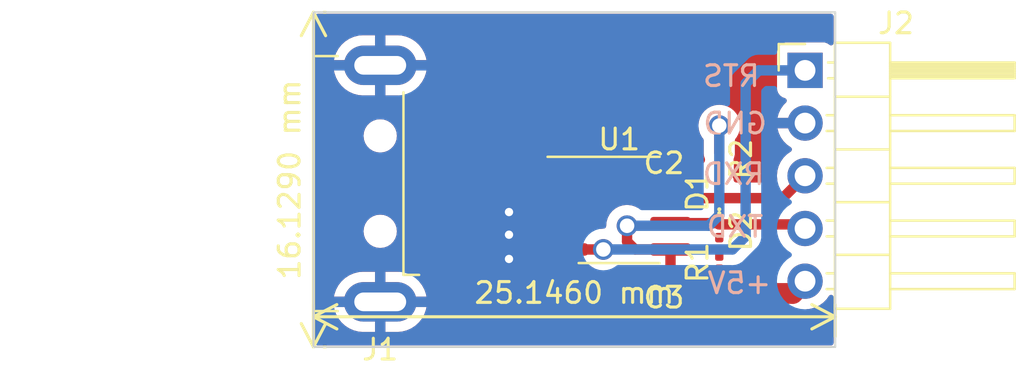
<source format=kicad_pcb>
(kicad_pcb (version 20221018) (generator pcbnew)
  (layers (0 "F.Cu" signal) (31 "B.Cu" signal) (34 "B.Paste" user) (35 "F.Paste" user) (36 "B.SilkS" user "B.Silkscreen") (37 "F.SilkS" user "F.Silkscreen") (38 "B.Mask" user) (39 "F.Mask" user) (44 "Edge.Cuts" user))
  (net 0 "")
  (net 1 "Net-(U1-V3)")
  (net 2 "GND")
  (net 3 "+5V")
  (net 4 "/RXD")
  (net 5 "Net-(D1-A)")
  (net 6 "/TXD")
  (net 7 "Net-(D2-A)")
  (net 8 "/D-")
  (net 9 "/D+")
  (net 10 "/RTS")
  (footprint "Capacitor_SMD:C_0201_0603Metric" (layer "F.Cu") (at 182.245 82.55 180)
    (fp_text reference "C2" (at 0 -1.05) (layer "F.SilkS"))
    (fp_text value "104")
    (pad "1" smd roundrect (at -0.32 0 180) (size 0.46 0.4) (layers "F.Cu" "F.Mask") (net 1 "Net-(U1-V3)"))
    (pad "2" smd roundrect (at 0.32 0 180) (size 0.46 0.4) (layers "F.Cu" "F.Mask") (net 2 "GND"))
  )
  (footprint "Resistor_SMD:R_0201_0603Metric" (layer "F.Cu") (at 184.912 83.403 -90)
    (fp_text reference "R2" (at 0 -1.05 90) (layer "F.SilkS"))
    (fp_text value "4.7K")
    (pad "1" smd roundrect (at -0.32 0 270) (size 0.46 0.4) (layers "F.Cu" "F.Mask") (net 3 "+5V"))
    (pad "2" smd roundrect (at 0.32 0 270) (size 0.46 0.4) (layers "F.Cu" "F.Mask") (net 7 "Net-(D2-A)"))
  )
  (footprint "LED_SMD:LED_0201_0603Metric" (layer "F.Cu") (at 184.912 84.963 90)
    (fp_text reference "D1" (at 0 -1.05 90) (layer "F.SilkS"))
    (fp_text value "LED")
    (fp_circle (center -0.86 0) (end -0.81 0) (stroke (width 0.1)) (fill none) (layer "F.SilkS"))
    (pad "1" smd roundrect (at -0.32 0 90) (size 0.46 0.4) (layers "F.Cu" "F.Mask") (net 4 "/RXD"))
    (pad "2" smd roundrect (at 0.32 0 90) (size 0.46 0.4) (layers "F.Cu" "F.Mask") (net 5 "Net-(D1-A)"))
  )
  (footprint "Capacitor_SMD:C_0201_0603Metric" (layer "F.Cu") (at 182.245 89.027 180)
    (fp_text reference "C3" (at 0 -1.05) (layer "F.SilkS"))
    (fp_text value "104")
    (pad "1" smd roundrect (at -0.32 0 180) (size 0.46 0.4) (layers "F.Cu" "F.Mask") (net 3 "+5V"))
    (pad "2" smd roundrect (at 0.32 0 180) (size 0.46 0.4) (layers "F.Cu" "F.Mask") (net 2 "GND"))
  )
  (footprint "Connector_USB:USB_A_CNCTech_1001-011-01101_Horizontal" (layer "F.Cu") (at 161.671 84.582 180)
    (fp_text reference "J1" (at -6.9 -8) (layer "F.SilkS"))
    (fp_text value "USB_A")
    (fp_line (start -8.02 -4.4) (end -8.775 -4.4) (stroke (width 0.12)) (layer "F.SilkS"))
    (fp_line (start -8.02 -4.4) (end -8.02 4.4) (stroke (width 0.12)) (layer "F.SilkS"))
    (fp_line (start -4.85 -6.145) (end -3.8 -6.145) (stroke (width 0.12)) (layer "F.SilkS"))
    (fp_line (start -4.85 6.145) (end -3.8 6.145) (stroke (width 0.12)) (layer "F.SilkS"))
    (pad "" np_thru_hole circle (at -6.9 -2.3 180) (size 1.1 1.1) (drill 1.1) (layers "*.Cu" "*.Mask"))
    (pad "" np_thru_hole circle (at -6.9 2.3 180) (size 1.1 1.1) (drill 1.1) (layers "*.Cu" "*.Mask"))
    (pad "1" smd rect (at -9.65 -3.5 180) (size 2.5 1.1) (layers "F.Cu" "F.Paste" "F.Mask") (net 3 "+5V"))
    (pad "2" smd rect (at -9.65 -1 180) (size 2.5 1.1) (layers "F.Cu" "F.Paste" "F.Mask") (net 8 "/D-"))
    (pad "3" smd rect (at -9.65 1 180) (size 2.5 1.1) (layers "F.Cu" "F.Paste" "F.Mask") (net 9 "/D+"))
    (pad "4" smd rect (at -9.65 3.5 180) (size 2.5 1.1) (layers "F.Cu" "F.Paste" "F.Mask") (net 2 "GND"))
    (pad "5" thru_hole oval (at -6.9 -5.7 180) (size 3.5 1.9) (drill oval 2.5 0.9) (layers "*.Cu" "*.Mask") (net 2 "GND"))
    (pad "5" thru_hole oval (at -6.9 5.7 180) (size 3.5 1.9) (drill oval 2.5 0.9) (layers "*.Cu" "*.Mask") (net 2 "GND"))
  )
  (footprint "Package_SO:SOIC-8_3.9x4.9mm_P1.27mm" (layer "F.Cu") (at 180.086 85.852)
    (fp_text reference "U1" (at 0 -3.4) (layer "F.SilkS"))
    (fp_text value "CH330N")
    (fp_line (start 0 -2.56) (end -3.45 -2.56) (stroke (width 0.12)) (layer "F.SilkS"))
    (fp_line (start 0 -2.56) (end 1.95 -2.56) (stroke (width 0.12)) (layer "F.SilkS"))
    (fp_line (start 0 2.56) (end -1.95 2.56) (stroke (width 0.12)) (layer "F.SilkS"))
    (fp_line (start 0 2.56) (end 1.95 2.56) (stroke (width 0.12)) (layer "F.SilkS"))
    (pad "1" smd roundrect (at -2.475 -1.905) (size 1.95 0.6) (layers "F.Cu" "F.Paste" "F.Mask") (net 9 "/D+"))
    (pad "2" smd roundrect (at -2.475 -0.635) (size 1.95 0.6) (layers "F.Cu" "F.Paste" "F.Mask") (net 8 "/D-"))
    (pad "3" smd roundrect (at -2.475 0.635) (size 1.95 0.6) (layers "F.Cu" "F.Paste" "F.Mask") (net 2 "GND"))
    (pad "4" smd roundrect (at -2.475 1.905) (size 1.95 0.6) (layers "F.Cu" "F.Paste" "F.Mask") (net 10 "/RTS"))
    (pad "5" smd roundrect (at 2.475 1.905) (size 1.95 0.6) (layers "F.Cu" "F.Paste" "F.Mask") (net 3 "+5V"))
    (pad "6" smd roundrect (at 2.475 0.635) (size 1.95 0.6) (layers "F.Cu" "F.Paste" "F.Mask") (net 6 "/TXD"))
    (pad "7" smd roundrect (at 2.475 -0.635) (size 1.95 0.6) (layers "F.Cu" "F.Paste" "F.Mask") (net 4 "/RXD"))
    (pad "8" smd roundrect (at 2.475 -1.905) (size 1.95 0.6) (layers "F.Cu" "F.Paste" "F.Mask") (net 1 "Net-(U1-V3)"))
  )
  (footprint "Resistor_SMD:R_0201_0603Metric" (layer "F.Cu") (at 184.912 88.392 90)
    (fp_text reference "R1" (at 0 -1.05 90) (layer "F.SilkS"))
    (fp_text value "4.7K")
    (pad "1" smd roundrect (at -0.32 0 90) (size 0.46 0.4) (layers "F.Cu" "F.Mask") (net 3 "+5V"))
    (pad "2" smd roundrect (at 0.32 0 90) (size 0.46 0.4) (layers "F.Cu" "F.Mask") (net 5 "Net-(D1-A)"))
  )
  (footprint "LED_SMD:LED_0201_0603Metric" (layer "F.Cu") (at 184.912 86.868 -90)
    (fp_text reference "D2" (at 0 -1.05 90) (layer "F.SilkS"))
    (fp_text value "LED")
    (fp_circle (center -0.86 0) (end -0.81 0) (stroke (width 0.1)) (fill none) (layer "F.SilkS"))
    (pad "1" smd roundrect (at -0.32 0 270) (size 0.46 0.4) (layers "F.Cu" "F.Mask") (net 6 "/TXD"))
    (pad "2" smd roundrect (at 0.32 0 270) (size 0.46 0.4) (layers "F.Cu" "F.Mask") (net 7 "Net-(D2-A)"))
  )
  (footprint "Connector_PinHeader_2.54mm:PinHeader_1x05_P2.54mm_Horizontal" (layer "F.Cu") (at 189.046 79.126)
    (fp_text reference "J2" (at 4.385 -2.27) (layer "F.SilkS"))
    (fp_text value "Conn_01x05")
    (fp_line (start -1.27 -1.27) (end 0 -1.27) (stroke (width 0.12)) (layer "F.SilkS"))
    (fp_line (start -1.27 0) (end -1.27 -1.27) (stroke (width 0.12)) (layer "F.SilkS"))
    (fp_line (start 1.042929 2.16) (end 1.44 2.16) (stroke (width 0.12)) (layer "F.SilkS"))
    (fp_line (start 1.042929 2.92) (end 1.44 2.92) (stroke (width 0.12)) (layer "F.SilkS"))
    (fp_line (start 1.042929 4.7) (end 1.44 4.7) (stroke (width 0.12)) (layer "F.SilkS"))
    (fp_line (start 1.042929 5.46) (end 1.44 5.46) (stroke (width 0.12)) (layer "F.SilkS"))
    (fp_line (start 1.042929 7.24) (end 1.44 7.24) (stroke (width 0.12)) (layer "F.SilkS"))
    (fp_line (start 1.042929 8) (end 1.44 8) (stroke (width 0.12)) (layer "F.SilkS"))
    (fp_line (start 1.042929 9.78) (end 1.44 9.78) (stroke (width 0.12)) (layer "F.SilkS"))
    (fp_line (start 1.042929 10.54) (end 1.44 10.54) (stroke (width 0.12)) (layer "F.SilkS"))
    (fp_line (start 1.11 -0.38) (end 1.44 -0.38) (stroke (width 0.12)) (layer "F.SilkS"))
    (fp_line (start 1.11 0.38) (end 1.44 0.38) (stroke (width 0.12)) (layer "F.SilkS"))
    (fp_line (start 1.44 -1.33) (end 1.44 11.49) (stroke (width 0.12)) (layer "F.SilkS"))
    (fp_line (start 1.44 1.27) (end 4.1 1.27) (stroke (width 0.12)) (layer "F.SilkS"))
    (fp_line (start 1.44 3.81) (end 4.1 3.81) (stroke (width 0.12)) (layer "F.SilkS"))
    (fp_line (start 1.44 6.35) (end 4.1 6.35) (stroke (width 0.12)) (layer "F.SilkS"))
    (fp_line (start 1.44 8.89) (end 4.1 8.89) (stroke (width 0.12)) (layer "F.SilkS"))
    (fp_line (start 1.44 11.49) (end 4.1 11.49) (stroke (width 0.12)) (layer "F.SilkS"))
    (fp_line (start 4.1 -1.33) (end 1.44 -1.33) (stroke (width 0.12)) (layer "F.SilkS"))
    (fp_line (start 4.1 -0.38) (end 10.1 -0.38) (stroke (width 0.12)) (layer "F.SilkS"))
    (fp_line (start 4.1 -0.32) (end 10.1 -0.32) (stroke (width 0.12)) (layer "F.SilkS"))
    (fp_line (start 4.1 -0.2) (end 10.1 -0.2) (stroke (width 0.12)) (layer "F.SilkS"))
    (fp_line (start 4.1 -0.08) (end 10.1 -0.08) (stroke (width 0.12)) (layer "F.SilkS"))
    (fp_line (start 4.1 0.04) (end 10.1 0.04) (stroke (width 0.12)) (layer "F.SilkS"))
    (fp_line (start 4.1 0.16) (end 10.1 0.16) (stroke (width 0.12)) (layer "F.SilkS"))
    (fp_line (start 4.1 0.28) (end 10.1 0.28) (stroke (width 0.12)) (layer "F.SilkS"))
    (fp_line (start 4.1 2.16) (end 10.1 2.16) (stroke (width 0.12)) (layer "F.SilkS"))
    (fp_line (start 4.1 4.7) (end 10.1 4.7) (stroke (width 0.12)) (layer "F.SilkS"))
    (fp_line (start 4.1 7.24) (end 10.1 7.24) (stroke (width 0.12)) (layer "F.SilkS"))
    (fp_line (start 4.1 9.78) (end 10.1 9.78) (stroke (width 0.12)) (layer "F.SilkS"))
    (fp_line (start 4.1 11.49) (end 4.1 -1.33) (stroke (width 0.12)) (layer "F.SilkS"))
    (fp_line (start 10.1 -0.38) (end 10.1 0.38) (stroke (width 0.12)) (layer "F.SilkS"))
    (fp_line (start 10.1 0.38) (end 4.1 0.38) (stroke (width 0.12)) (layer "F.SilkS"))
    (fp_line (start 10.1 2.16) (end 10.1 2.92) (stroke (width 0.12)) (layer "F.SilkS"))
    (fp_line (start 10.1 2.92) (end 4.1 2.92) (stroke (width 0.12)) (layer "F.SilkS"))
    (fp_line (start 10.1 4.7) (end 10.1 5.46) (stroke (width 0.12)) (layer "F.SilkS"))
    (fp_line (start 10.1 5.46) (end 4.1 5.46) (stroke (width 0.12)) (layer "F.SilkS"))
    (fp_line (start 10.1 7.24) (end 10.1 8) (stroke (width 0.12)) (layer "F.SilkS"))
    (fp_line (start 10.1 8) (end 4.1 8) (stroke (width 0.12)) (layer "F.SilkS"))
    (fp_line (start 10.1 9.78) (end 10.1 10.54) (stroke (width 0.12)) (layer "F.SilkS"))
    (fp_line (start 10.1 10.54) (end 4.1 10.54) (stroke (width 0.12)) (layer "F.SilkS"))
    (pad "1" thru_hole rect (at 0 0) (size 1.7 1.7) (drill 1) (layers "*.Cu" "*.Mask") (net 10 "/RTS"))
    (pad "2" thru_hole oval (at 0 2.54) (size 1.7 1.7) (drill 1) (layers "*.Cu" "*.Mask") (net 2 "GND"))
    (pad "3" thru_hole oval (at 0 5.08) (size 1.7 1.7) (drill 1) (layers "*.Cu" "*.Mask") (net 4 "/RXD"))
    (pad "4" thru_hole oval (at 0 7.62) (size 1.7 1.7) (drill 1) (layers "*.Cu" "*.Mask") (net 6 "/TXD"))
    (pad "5" thru_hole oval (at 0 10.16) (size 1.7 1.7) (drill 1) (layers "*.Cu" "*.Mask") (net 3 "+5V"))
  )
  (gr_rect (start 165.354 76.327) (end 190.5 92.456) (stroke (width 0.1)) (fill none) (layer "Edge.Cuts"))
  (gr_text "TXD" (at 187.1218 87.249) (layer "B.SilkS") (effects (font (size 1 1)) (justify left bottom mirror)))
  (gr_text "RTS" (at 186.944 79.9846) (layer "B.SilkS") (effects (font (size 1 1)) (justify left bottom mirror)))
  (gr_text "GND\n" (at 187.2996 82.2706) (layer "B.SilkS") (effects (font (size 1 1)) (justify left bottom mirror)))
  (gr_text "RXD" (at 187.1726 84.709) (layer "B.SilkS") (effects (font (size 1 1)) (justify left bottom mirror)))
  (gr_text "+5V" (at 187.5028 89.9668) (layer "B.SilkS") (effects (font (size 1 1)) (justify left bottom mirror)))
  (dimension (type aligned) (layer "F.SilkS") (pts (xy 165.354 92.456) (xy 190.5 92.456)) (height -1.456) (gr_text "25.1460 mm" (at 177.927 89.85) (layer "F.SilkS") (effects (font (size 1 1) (thickness 0.15)))) (format (prefix "") (suffix "") (units 3) (units_format 1) (precision 4)) (style (thickness 0.15) (arrow_length 1.27) (text_position_mode 0) (extension_height 0.58642) (extension_offset 0.5) keep_text_aligned))
  (dimension (type aligned) (layer "F.SilkS") (pts (xy 165.354 76.327) (xy 165.354 92.456)) (height 0) (gr_text "16.1290 mm" (at 164.204 84.3915 90) (layer "F.SilkS") (effects (font (size 1 1) (thickness 0.15)))) (format (prefix "") (suffix "") (units 3) (units_format 1) (precision 4)) (style (thickness 0.15) (arrow_length 1.27) (text_position_mode 0) (extension_height 0.58642) (extension_offset 0.5) keep_text_aligned))
  (segment (start 182.565 83.943) (end 182.561 83.947) (width 0.5) (layer "F.Cu") (net 1))
  (segment (start 182.565 82.55) (end 182.565 83.943) (width 0.5) (layer "F.Cu") (net 1))
  (via (at 174.7774 88.2142) (size 0.7) (drill 0.4) (layers "F.Cu" "B.Cu") (net 2))
  (via (at 174.7774 85.9536) (size 0.7) (drill 0.4) (layers "F.Cu" "B.Cu") (net 2))
  (via (at 174.7774 87.0458) (size 0.7) (drill 0.4) (layers "F.Cu" "B.Cu") (net 2))
  (segment (start 182.561 87.757) (end 180.848 87.757) (width 0.5) (layer "F.Cu") (net 3))
  (segment (start 180.467 87.376) (end 180.467 86.614) (width 0.5) (layer "F.Cu") (net 3))
  (segment (start 180.848 87.757) (end 180.467 87.376) (width 0.5) (layer "F.Cu") (net 3))
  (segment (start 182.561 89.812) (end 182.626 89.877) (width 0.5) (layer "F.Cu") (net 3))
  (segment (start 173.116 89.877) (end 182.626 89.877) (width 1) (layer "F.Cu") (net 3))
  (segment (start 182.626 89.877) (end 188.455 89.877) (width 1) (layer "F.Cu") (net 3))
  (segment (start 182.561 87.757) (end 182.561 89.812) (width 0.5) (layer "F.Cu") (net 3))
  (segment (start 184.912 81.788) (end 184.912 83.083) (width 0.5) (layer "F.Cu") (net 3))
  (segment (start 188.455 89.877) (end 189.046 89.286) (width 1) (layer "F.Cu") (net 3))
  (segment (start 171.321 88.082) (end 173.116 89.877) (width 1) (layer "F.Cu") (net 3))
  (via (at 184.912 81.788) (size 1) (drill 0.7) (layers "F.Cu" "B.Cu") (net 3))
  (via (at 180.467 86.614) (size 1) (drill 0.7) (layers "F.Cu" "B.Cu") (net 3))
  (segment (start 184.912 86.106) (end 184.404 86.614) (width 0.5) (layer "B.Cu") (net 3))
  (segment (start 184.404 86.614) (end 180.467 86.614) (width 0.5) (layer "B.Cu") (net 3))
  (segment (start 184.912 81.788) (end 184.912 86.106) (width 0.5) (layer "B.Cu") (net 3))
  (segment (start 182.627 85.283) (end 184.912 85.283) (width 0.5) (layer "F.Cu") (net 4))
  (segment (start 187.969 85.283) (end 189.046 84.206) (width 0.5) (layer "F.Cu") (net 4))
  (segment (start 184.912 85.283) (end 187.969 85.283) (width 0.5) (layer "F.Cu") (net 4))
  (segment (start 182.561 85.217) (end 182.627 85.283) (width 0.5) (layer "F.Cu") (net 4))
  (segment (start 182.561 86.487) (end 184.851 86.487) (width 0.5) (layer "F.Cu") (net 6))
  (segment (start 184.851 86.487) (end 184.912 86.548) (width 0.5) (layer "F.Cu") (net 6))
  (segment (start 184.912 86.548) (end 188.848 86.548) (width 0.5) (layer "F.Cu") (net 6))
  (segment (start 188.848 86.548) (end 189.046 86.746) (width 0.5) (layer "F.Cu") (net 6))
  (segment (start 176.148499 85.217) (end 175.729499 84.798) (width 0.28) (layer "F.Cu") (net 8))
  (segment (start 175.729499 84.798) (end 173.980001 84.798) (width 0.28) (layer "F.Cu") (net 8))
  (segment (start 177.611 85.217) (end 176.148499 85.217) (width 0.28) (layer "F.Cu") (net 8))
  (segment (start 173.196001 85.582) (end 171.321 85.582) (width 0.28) (layer "F.Cu") (net 8))
  (segment (start 173.980001 84.798) (end 173.196001 85.582) (width 0.28) (layer "F.Cu") (net 8))
  (segment (start 173.980001 84.366) (end 173.196001 83.582) (width 0.28) (layer "F.Cu") (net 9))
  (segment (start 175.729499 84.366) (end 173.980001 84.366) (width 0.28) (layer "F.Cu") (net 9))
  (segment (start 177.611 83.947) (end 176.148499 83.947) (width 0.28) (layer "F.Cu") (net 9))
  (segment (start 173.196001 83.582) (end 171.321 83.582) (width 0.28) (layer "F.Cu") (net 9))
  (segment (start 176.148499 83.947) (end 175.729499 84.366) (width 0.28) (layer "F.Cu") (net 9))
  (segment (start 177.611 87.757) (end 179.324 87.757) (width 0.5) (layer "F.Cu") (net 10))
  (via (at 179.324 87.757) (size 1) (drill 0.7) (layers "F.Cu" "B.Cu") (net 10))
  (segment (start 186.182 79.756) (end 186.812 79.126) (width 0.5) (layer "B.Cu") (net 10))
  (segment (start 185.547 87.757) (end 186.182 87.122) (width 0.5) (layer "B.Cu") (net 10))
  (segment (start 186.812 79.126) (end 189.046 79.126) (width 0.5) (layer "B.Cu") (net 10))
  (segment (start 179.324 87.757) (end 185.547 87.757) (width 0.5) (layer "B.Cu") (net 10))
  (segment (start 186.182 87.122) (end 186.182 79.756) (width 0.5) (layer "B.Cu") (net 10))
  (zone (net 2) (net_name "GND") (layer "F.Cu") (connect_pads (clearance 0.5)) (min_thickness 0.25) (fill yes (thermal_gap 0.5) (thermal_bridge_width 0.5))
    (polygon (pts (xy 165.354 76.327) (xy 190.5 76.327) (xy 190.5 92.456) (xy 165.354 92.456)))
  )
  (zone (net 2) (net_name "GND") (layer "B.Cu") (priority 1) (connect_pads (clearance 0.5)) (min_thickness 0.25) (fill yes (thermal_gap 0.5) (thermal_bridge_width 0.5))
    (polygon (pts (xy 165.354 76.327) (xy 190.5 76.327) (xy 190.5 92.456) (xy 165.354 92.456)))
  )
)
</source>
